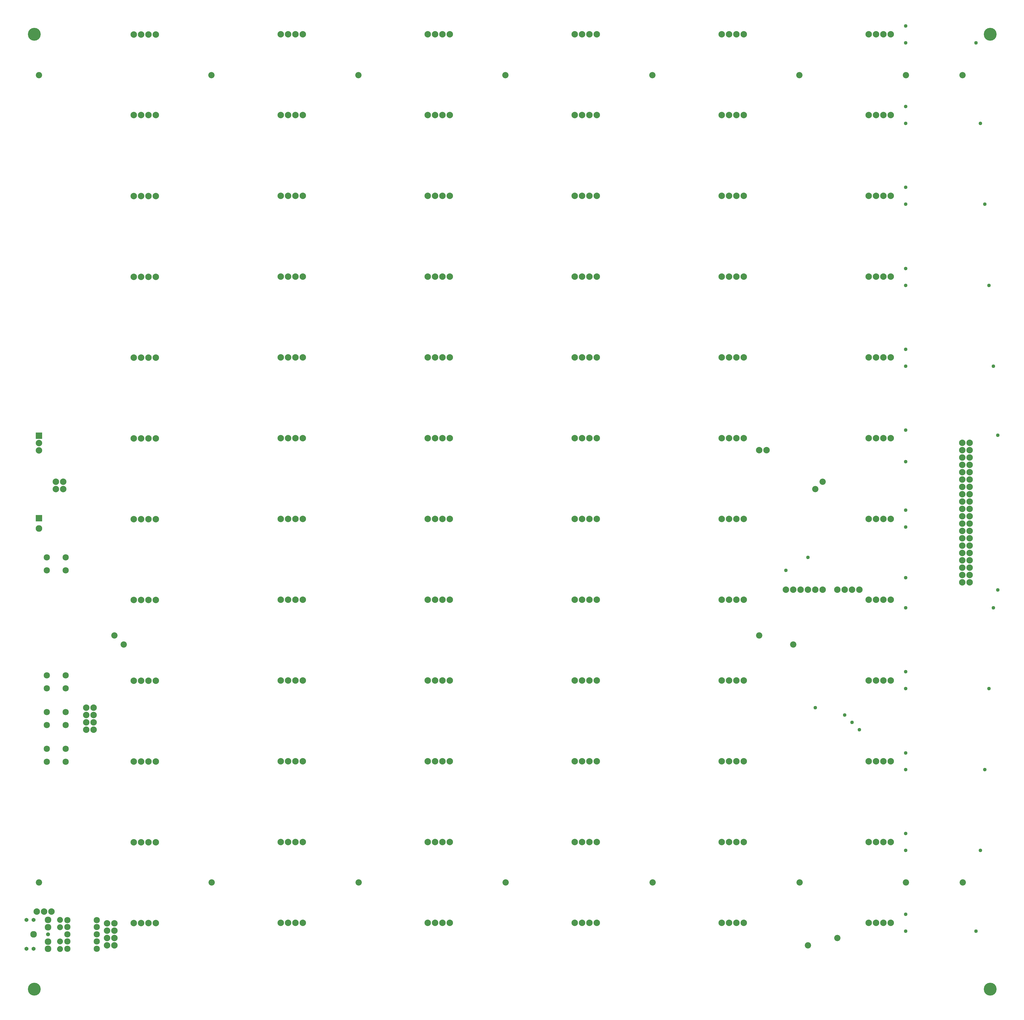
<source format=gbs>
G04 MADE WITH FRITZING*
G04 WWW.FRITZING.ORG*
G04 DOUBLE SIDED*
G04 HOLES PLATED*
G04 CONTOUR ON CENTER OF CONTOUR VECTOR*
%ASAXBY*%
%FSLAX23Y23*%
%MOIN*%
%OFA0B0*%
%SFA1.0B1.0*%
%ADD10C,0.088000*%
%ADD11C,0.090000*%
%ADD12C,0.049370*%
%ADD13C,0.085433*%
%ADD14C,0.175354*%
%ADD15C,0.090350*%
%ADD16C,0.054000*%
%ADD17C,0.080000*%
%ADD18C,0.085000*%
%ADD19R,0.090000X0.090000*%
%ADD20R,0.088000X0.088000*%
%LNMASK0*%
G90*
G70*
G54D10*
X5542Y1101D03*
X5642Y1101D03*
X5742Y1101D03*
X5842Y1101D03*
X9542Y1101D03*
X9642Y1101D03*
X9742Y1101D03*
X9842Y1101D03*
X1543Y1100D03*
X1643Y1100D03*
X1743Y1100D03*
X1843Y1100D03*
X7542Y1101D03*
X7642Y1101D03*
X7742Y1101D03*
X7842Y1101D03*
X11542Y1101D03*
X11642Y1101D03*
X11742Y1101D03*
X11842Y1101D03*
X3542Y1101D03*
X3642Y1101D03*
X3742Y1101D03*
X3842Y1101D03*
X1543Y2200D03*
X1643Y2200D03*
X1743Y2200D03*
X1843Y2200D03*
X5543Y2201D03*
X5643Y2201D03*
X5743Y2201D03*
X5843Y2201D03*
X7543Y2201D03*
X7643Y2201D03*
X7743Y2201D03*
X7843Y2201D03*
X3543Y2201D03*
X3643Y2201D03*
X3743Y2201D03*
X3843Y2201D03*
X9543Y2201D03*
X9643Y2201D03*
X9743Y2201D03*
X9843Y2201D03*
X11543Y2201D03*
X11643Y2201D03*
X11743Y2201D03*
X11843Y2201D03*
X9543Y3301D03*
X9643Y3301D03*
X9743Y3301D03*
X9843Y3301D03*
X11543Y3301D03*
X11643Y3301D03*
X11743Y3301D03*
X11843Y3301D03*
X1543Y3300D03*
X1643Y3300D03*
X1743Y3300D03*
X1843Y3300D03*
X7543Y3301D03*
X7643Y3301D03*
X7743Y3301D03*
X7843Y3301D03*
X3543Y3301D03*
X3643Y3301D03*
X3743Y3301D03*
X3843Y3301D03*
X5543Y3301D03*
X5643Y3301D03*
X5743Y3301D03*
X5843Y3301D03*
X3543Y4401D03*
X3643Y4401D03*
X3743Y4401D03*
X3843Y4401D03*
X11543Y4401D03*
X11643Y4401D03*
X11743Y4401D03*
X11843Y4401D03*
X9543Y4401D03*
X9643Y4401D03*
X9743Y4401D03*
X9843Y4401D03*
X5543Y4401D03*
X5643Y4401D03*
X5743Y4401D03*
X5843Y4401D03*
X1543Y4400D03*
X1643Y4400D03*
X1743Y4400D03*
X1843Y4400D03*
X7543Y4401D03*
X7643Y4401D03*
X7743Y4401D03*
X7843Y4401D03*
X9543Y5501D03*
X9643Y5501D03*
X9743Y5501D03*
X9843Y5501D03*
X3543Y5501D03*
X3643Y5501D03*
X3743Y5501D03*
X3843Y5501D03*
X5543Y5501D03*
X5643Y5501D03*
X5743Y5501D03*
X5843Y5501D03*
X11543Y5501D03*
X11643Y5501D03*
X11743Y5501D03*
X11843Y5501D03*
X7543Y5501D03*
X7643Y5501D03*
X7743Y5501D03*
X7843Y5501D03*
X1543Y5500D03*
X1643Y5500D03*
X1743Y5500D03*
X1843Y5500D03*
X9543Y6601D03*
X9643Y6601D03*
X9743Y6601D03*
X9843Y6601D03*
X3543Y6601D03*
X3643Y6601D03*
X3743Y6601D03*
X3843Y6601D03*
X5543Y6601D03*
X5643Y6601D03*
X5743Y6601D03*
X5843Y6601D03*
X1543Y6600D03*
X1643Y6600D03*
X1743Y6600D03*
X1843Y6600D03*
X7543Y6601D03*
X7643Y6601D03*
X7743Y6601D03*
X7843Y6601D03*
X11543Y6601D03*
X11643Y6601D03*
X11743Y6601D03*
X11843Y6601D03*
X11543Y7701D03*
X11643Y7701D03*
X11743Y7701D03*
X11843Y7701D03*
X7543Y7701D03*
X7643Y7701D03*
X7743Y7701D03*
X7843Y7701D03*
X3543Y7701D03*
X3643Y7701D03*
X3743Y7701D03*
X3843Y7701D03*
X9543Y7701D03*
X9643Y7701D03*
X9743Y7701D03*
X9843Y7701D03*
X5543Y7701D03*
X5643Y7701D03*
X5743Y7701D03*
X5843Y7701D03*
X1543Y7700D03*
X1643Y7700D03*
X1743Y7700D03*
X1843Y7700D03*
X11543Y8801D03*
X11643Y8801D03*
X11743Y8801D03*
X11843Y8801D03*
X5543Y8801D03*
X5643Y8801D03*
X5743Y8801D03*
X5843Y8801D03*
X1543Y8800D03*
X1643Y8800D03*
X1743Y8800D03*
X1843Y8800D03*
X3543Y8801D03*
X3643Y8801D03*
X3743Y8801D03*
X3843Y8801D03*
X9543Y8801D03*
X9643Y8801D03*
X9743Y8801D03*
X9843Y8801D03*
X7543Y8801D03*
X7643Y8801D03*
X7743Y8801D03*
X7843Y8801D03*
X11543Y9901D03*
X11643Y9901D03*
X11743Y9901D03*
X11843Y9901D03*
X1543Y9900D03*
X1643Y9900D03*
X1743Y9900D03*
X1843Y9900D03*
X5543Y9901D03*
X5643Y9901D03*
X5743Y9901D03*
X5843Y9901D03*
X3543Y9901D03*
X3643Y9901D03*
X3743Y9901D03*
X3843Y9901D03*
X7543Y9901D03*
X7643Y9901D03*
X7743Y9901D03*
X7843Y9901D03*
X9543Y9901D03*
X9643Y9901D03*
X9743Y9901D03*
X9843Y9901D03*
X3543Y11001D03*
X3643Y11001D03*
X3743Y11001D03*
X3843Y11001D03*
X1543Y11000D03*
X1643Y11000D03*
X1743Y11000D03*
X1843Y11000D03*
X7543Y11001D03*
X7643Y11001D03*
X7743Y11001D03*
X7843Y11001D03*
X9543Y11001D03*
X9643Y11001D03*
X9743Y11001D03*
X9843Y11001D03*
X5543Y11001D03*
X5643Y11001D03*
X5743Y11001D03*
X5843Y11001D03*
X11543Y11001D03*
X11643Y11001D03*
X11743Y11001D03*
X11843Y11001D03*
X3542Y12101D03*
X3642Y12101D03*
X3742Y12101D03*
X3842Y12101D03*
X5542Y12101D03*
X5642Y12101D03*
X5742Y12101D03*
X5842Y12101D03*
X9542Y12101D03*
X9642Y12101D03*
X9742Y12101D03*
X9842Y12101D03*
X1543Y12101D03*
X1643Y12101D03*
X1743Y12101D03*
X1843Y12101D03*
X11542Y12101D03*
X11642Y12101D03*
X11742Y12101D03*
X11842Y12101D03*
X7542Y12101D03*
X7642Y12101D03*
X7742Y12101D03*
X7842Y12101D03*
X11543Y13201D03*
X11643Y13201D03*
X11743Y13201D03*
X11843Y13201D03*
X9543Y13201D03*
X9643Y13201D03*
X9743Y13201D03*
X9843Y13201D03*
X7543Y13201D03*
X7643Y13201D03*
X7743Y13201D03*
X7843Y13201D03*
X5543Y13201D03*
X5643Y13201D03*
X5743Y13201D03*
X5843Y13201D03*
X3543Y13201D03*
X3643Y13201D03*
X3743Y13201D03*
X3843Y13201D03*
X1543Y13200D03*
X1643Y13200D03*
X1743Y13200D03*
X1843Y13200D03*
X12817Y7639D03*
X12817Y7539D03*
X12817Y7439D03*
X12817Y7339D03*
X12817Y7239D03*
X12817Y7139D03*
X12817Y7039D03*
X12817Y6939D03*
X12817Y6839D03*
X12817Y6739D03*
X12817Y6639D03*
X12817Y6539D03*
X12817Y6439D03*
X12817Y6339D03*
X12817Y6239D03*
X12817Y6139D03*
X12817Y6039D03*
X12817Y5939D03*
X12817Y5839D03*
X12817Y5739D03*
X12817Y7639D03*
X12817Y7539D03*
X12817Y7439D03*
X12817Y7339D03*
X12817Y7239D03*
X12817Y7139D03*
X12817Y7039D03*
X12817Y6939D03*
X12817Y6839D03*
X12817Y6739D03*
X12817Y6639D03*
X12817Y6539D03*
X12817Y6439D03*
X12817Y6339D03*
X12817Y6239D03*
X12817Y6139D03*
X12817Y6039D03*
X12817Y5939D03*
X12817Y5839D03*
X12817Y5739D03*
X12917Y5739D03*
X12917Y5839D03*
X12917Y5939D03*
X12917Y6039D03*
X12917Y6139D03*
X12917Y6239D03*
X12917Y6339D03*
X12917Y6439D03*
X12917Y6539D03*
X12917Y6639D03*
X12917Y6739D03*
X12917Y6839D03*
X12917Y6939D03*
X12917Y7039D03*
X12917Y7139D03*
X12917Y7239D03*
X12917Y7339D03*
X12917Y7439D03*
X12917Y7539D03*
X12917Y7639D03*
G54D11*
X253Y6611D03*
X253Y6473D03*
G54D12*
X12045Y4293D03*
X12045Y5393D03*
X12045Y6721D03*
X12045Y3187D03*
X12045Y989D03*
X12045Y5801D03*
X12045Y3416D03*
X12045Y6491D03*
X12045Y2089D03*
X12045Y2318D03*
X12045Y1218D03*
X12045Y4523D03*
X12045Y9781D03*
X12045Y10011D03*
X12045Y8913D03*
X12045Y7383D03*
X12045Y7813D03*
X12045Y8683D03*
X12045Y10888D03*
X12045Y11117D03*
X12045Y11988D03*
X12045Y12217D03*
X12045Y13086D03*
X12045Y13315D03*
G54D10*
X253Y7736D03*
X253Y7636D03*
X253Y7536D03*
G54D12*
X13003Y13086D03*
X13063Y11988D03*
X13122Y10888D03*
X13181Y9781D03*
X13240Y8683D03*
X13300Y7741D03*
X13300Y5636D03*
X13240Y5393D03*
X13181Y4293D03*
X13122Y3187D03*
X13063Y2089D03*
X13003Y989D03*
G54D13*
X12820Y12644D03*
X2601Y12644D03*
X4599Y12644D03*
X6601Y12644D03*
X8599Y12644D03*
X10599Y12644D03*
X12051Y12644D03*
X12823Y1653D03*
X4602Y1653D03*
X2604Y1653D03*
X6604Y1653D03*
X10602Y1653D03*
X8602Y1653D03*
X12050Y1653D03*
X253Y12644D03*
X253Y1653D03*
G54D14*
X13197Y13202D03*
X189Y197D03*
X189Y13202D03*
X13197Y197D03*
G54D15*
X180Y944D03*
X377Y1141D03*
X377Y1042D03*
X377Y845D03*
X377Y747D03*
G54D16*
X180Y1141D03*
X82Y1141D03*
X82Y747D03*
X180Y747D03*
X377Y944D03*
G54D17*
X540Y1141D03*
X540Y1041D03*
X540Y746D03*
X540Y847D03*
G54D18*
X641Y1140D03*
X1041Y1140D03*
X640Y1045D03*
X1040Y1045D03*
X640Y945D03*
X1040Y945D03*
X640Y847D03*
X1040Y847D03*
X640Y747D03*
X1040Y747D03*
G54D10*
X222Y1256D03*
X322Y1256D03*
X422Y1256D03*
X1181Y1095D03*
X1181Y995D03*
X1181Y895D03*
X1181Y795D03*
X11116Y5638D03*
X11216Y5638D03*
X11316Y5638D03*
X11416Y5638D03*
X10416Y5638D03*
X10516Y5638D03*
X10616Y5638D03*
X10716Y5638D03*
X10816Y5638D03*
X10916Y5638D03*
X10053Y7539D03*
X10153Y7539D03*
X1280Y1095D03*
X1280Y995D03*
X1280Y895D03*
X1280Y795D03*
G54D13*
X1280Y5015D03*
X10053Y5015D03*
X1406Y4893D03*
X10516Y4893D03*
X10716Y795D03*
G54D10*
X482Y7110D03*
X482Y7010D03*
X482Y7110D03*
X482Y7010D03*
X582Y7010D03*
X582Y7110D03*
G54D13*
X10816Y7010D03*
X10916Y7110D03*
G54D18*
X616Y5902D03*
X360Y5902D03*
X616Y6080D03*
X360Y6080D03*
X616Y3295D03*
X360Y3295D03*
X616Y3473D03*
X360Y3473D03*
X616Y3795D03*
X360Y3795D03*
X616Y3973D03*
X360Y3973D03*
X616Y4296D03*
X360Y4296D03*
X616Y4473D03*
X360Y4473D03*
G54D12*
X10716Y6080D03*
X10416Y5902D03*
G54D13*
X11116Y895D03*
G54D10*
X897Y4032D03*
X897Y3932D03*
X897Y3832D03*
X897Y3732D03*
X897Y4032D03*
X897Y3932D03*
X897Y3832D03*
X897Y3732D03*
X997Y3732D03*
X997Y3832D03*
X997Y3932D03*
X997Y4032D03*
G54D12*
X10816Y4032D03*
X11216Y3932D03*
X11316Y3832D03*
X11416Y3732D03*
G54D19*
X253Y6611D03*
G54D20*
X253Y7736D03*
G04 End of Mask0*
M02*
</source>
